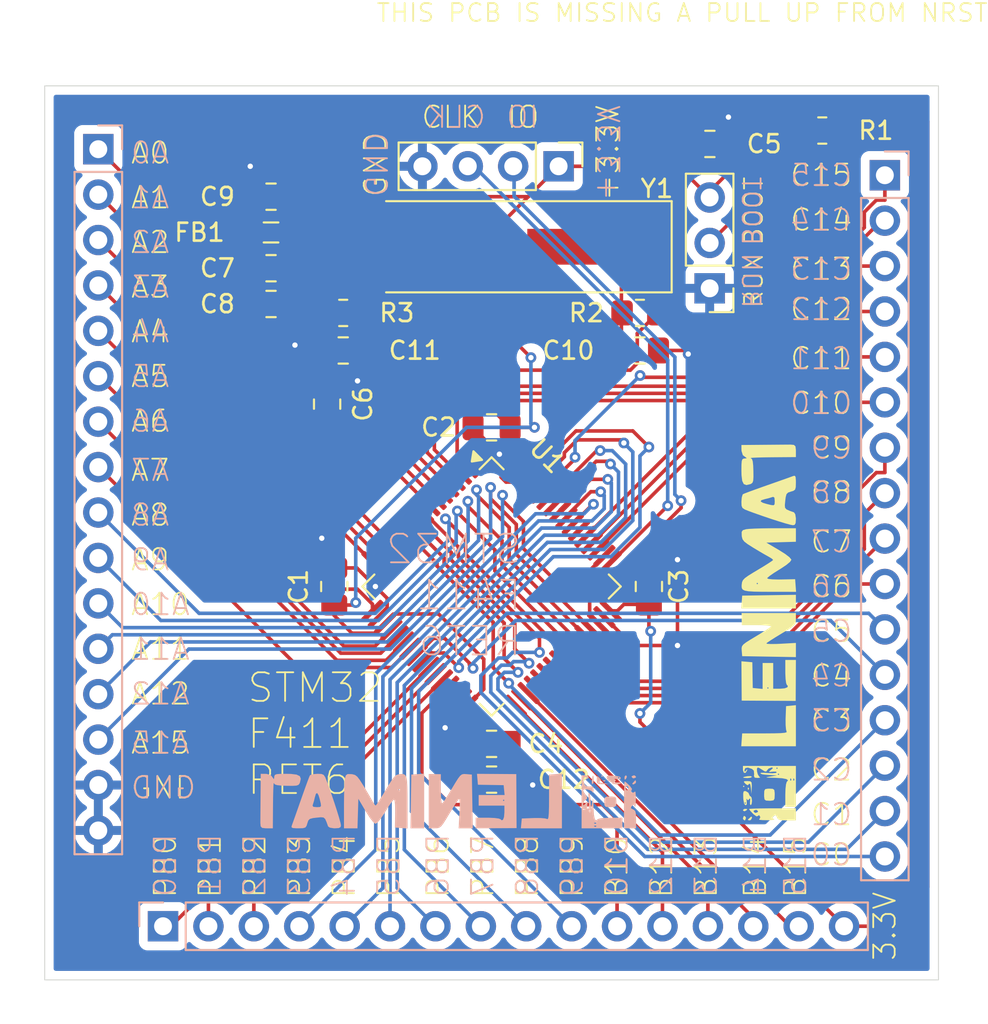
<source format=kicad_pcb>
(kicad_pcb (version 20240108) (generator "pcbnew") (generator_version "8.0")
  (layers (0 "F.Cu" signal) (31 "B.Cu" signal) (34 "B.Paste" user) (35 "F.Paste" user) (36 "B.SilkS" user "B.Silkscreen") (37 "F.SilkS" user "F.Silkscreen") (38 "B.Mask" user) (39 "F.Mask" user) (44 "Edge.Cuts" user))
  (net 0 "")
  (net 1 "GNDREF")
  (net 2 "+3.3V")
  (net 3 "/NRST")
  (net 4 "+3.3VA")
  (net 5 "Net-(C10-Pad1)")
  (net 6 "Net-(C11-Pad1)")
  (net 7 "/VCap")
  (net 8 "/BOOT0")
  (net 9 "/SWD_CLK")
  (net 10 "/SWD_IO")
  (net 11 "/BOOT0_MCU")
  (net 12 "/HSC_IN")
  (net 13 "/HSC_OUT")
  (net 15 "/PC9")
  (net 16 "/PC13")
  (net 17 "/PC1")
  (net 18 "/PC12")
  (net 19 "/PC10")
  (net 20 "/PC2")
  (net 21 "/PC3")
  (net 22 "/PC0")
  (net 23 "/PC11")
  (net 24 "/PC14")
  (net 25 "/PC5")
  (net 26 "/PC8")
  (net 27 "/PC15")
  (net 28 "/PC4")
  (net 29 "/PC7")
  (net 30 "/PC6")
  (net 31 "/PA6")
  (net 32 "/PA8")
  (net 33 "/PA3")
  (net 34 "/PA12")
  (net 35 "/PA7")
  (net 36 "/PA10")
  (net 37 "/PA2")
  (net 38 "/PA1")
  (net 39 "/PA15")
  (net 40 "/PA5")
  (net 41 "/PA11")
  (net 42 "/PA4")
  (net 43 "/PA9")
  (net 44 "/PA0")
  (net 45 "/PB15")
  (net 46 "/PB13")
  (net 47 "/PB2")
  (net 48 "/PB9")
  (net 49 "/PB10")
  (net 50 "/PB0")
  (net 51 "/PB8")
  (net 52 "/PB12")
  (net 53 "/PB3")
  (net 54 "/PB14")
  (net 55 "/PB1")
  (net 56 "/PB5")
  (net 57 "/PB6")
  (net 58 "/PB4")
  (net 59 "/PB7")
  (footprint "Capacitor_SMD:C_0805_2012Metric_Pad1.18x1.45mm_HandSolder" (layer "F.Cu") (at 83.8 78 -90)
    (property "Reference" "C3")
    (property "Value" "100nF")
  )
  (footprint "Capacitor_SMD:C_0805_2012Metric_Pad1.18x1.45mm_HandSolder" (layer "F.Cu") (at 66.7 64.8)
    (property "Reference" "C11")
    (property "Value" "10pF")
  )
  (footprint "Capacitor_SMD:C_0805_2012Metric_Pad1.18x1.45mm_HandSolder" (layer "F.Cu") (at 87.2125 53.25 180)
    (property "Reference" "C5")
    (property "Value" "10uF")
  )
  (footprint "Capacitor_SMD:C_0805_2012Metric_Pad1.18x1.45mm_HandSolder" (layer "F.Cu") (at 75 88.8)
    (property "Reference" "C12")
    (property "Value" "2.2uF")
  )
  (footprint "Crystal:Crystal_SMD_HC49-SD_HandSoldering" (layer "F.Cu") (at 75 59 180)
    (property "Reference" "Y1")
    (property "Value" "20MHZ")
  )
  (footprint "Connector_PinHeader_2.54mm:PinHeader_1x03_P2.54mm_Vertical" (layer "F.Cu") (at 87.2 61.325 180)
    (property "Reference" "J1" (hide yes))
    (property "Value" "BOOT_RUN")
  )
  (footprint "Connector_PinHeader_2.54mm:PinHeader_1x04_P2.54mm_Vertical" (layer "F.Cu") (at 78.75 54.5 -90)
    (property "Reference" "J2" (hide yes))
    (property "Value" "Conn_01x04")
  )
  (footprint "Capacitor_SMD:C_0805_2012Metric_Pad1.18x1.45mm_HandSolder" (layer "F.Cu") (at 75 86.8 180)
    (property "Reference" "C4")
    (property "Value" "100nF")
  )
  (footprint "Capacitor_SMD:C_0805_2012Metric_Pad1.18x1.45mm_HandSolder" (layer "F.Cu") (at 83.3 64.8)
    (property "Reference" "C10")
    (property "Value" "10pF")
  )
  (footprint "Resistor_SMD:R_0805_2012Metric_Pad1.20x1.40mm_HandSolder" (layer "F.Cu") (at 93.5 52.5)
    (property "Reference" "R1")
    (property "Value" "10K")
  )
  (footprint "Resistor_SMD:R_0805_2012Metric_Pad1.20x1.40mm_HandSolder" (layer "F.Cu") (at 83.3 62.7)
    (property "Reference" "R2")
    (property "Value" "10R")
  )
  (footprint "Capacitor_SMD:C_0805_2012Metric_Pad1.18x1.45mm_HandSolder" (layer "F.Cu") (at 75 69.1)
    (property "Reference" "C2")
    (property "Value" "100nF")
  )
  (footprint "Capacitor_SMD:C_0805_2012Metric_Pad1.18x1.45mm_HandSolder" (layer "F.Cu") (at 62.6625 56.2)
    (property "Reference" "C9")
    (property "Value" "1uF")
  )
  (footprint "Capacitor_SMD:C_0805_2012Metric_Pad1.18x1.45mm_HandSolder" (layer "F.Cu") (at 62.6625 62.2 180)
    (property "Reference" "C8")
    (property "Value" "1uF")
  )
  (footprint "Capacitor_SMD:C_0805_2012Metric_Pad1.18x1.45mm_HandSolder" (layer "F.Cu") (at 66.2 78 -90)
    (property "Reference" "C1")
    (property "Value" "100nF")
  )
  (footprint "Inductor_SMD:L_0805_2012Metric_Pad1.05x1.20mm_HandSolder" (layer "F.Cu") (at 62.6625 58.2)
    (property "Reference" "FB1")
    (property "Value" "120R")
  )
  (footprint "Package_QFP:LQFP-64_10x10mm_P0.5mm" (layer "F.Cu") (at 75 78 -45)
    (property "Reference" "U1")
    (property "Value" "STM32F411RETx")
  )
  (footprint "Resistor_SMD:R_0805_2012Metric_Pad1.20x1.40mm_HandSolder" (layer "F.Cu") (at 66.7 62.7)
    (property "Reference" "R3")
    (property "Value" "10R")
  )
  (footprint "Capacitor_SMD:C_0805_2012Metric_Pad1.18x1.45mm_HandSolder" (layer "F.Cu") (at 65.8 67.8 90)
    (property "Reference" "C6")
    (property "Value" "100nF")
  )
  (footprint "Synth:lenimal_logo_full" (layer "F.Cu") (at 90.5 80.5 90)
    (property "Reference" "G***" (hide yes))
    (property "Value" "LOGO" (hide yes))
  )
  (footprint "Capacitor_SMD:C_0805_2012Metric_Pad1.18x1.45mm_HandSolder" (layer "F.Cu") (at 62.6625 60.2 180)
    (property "Reference" "C7")
    (property "Value" "10nF")
  )
  (footprint "Connector_PinHeader_2.54mm:PinHeader_1x16_P2.54mm_Vertical" (layer "B.Cu") (at 56.62 97 -90)
    (property "Reference" "J5" (hide yes))
    (property "Value" "Conn_01x16")
  )
  (footprint "Connector_PinHeader_2.54mm:PinHeader_1x16_P2.54mm_Vertical" (layer "B.Cu") (at 53 53.543161 180)
    (property "Reference" "J4" (hide yes))
    (property "Value" "Conn_01x16")
  )
  (footprint "Synth:lenimal_logo_full" (layer "B.Cu") (at 72.5 90 180)
    (property "Reference" "G***" (hide yes))
    (property "Value" "LOGO" (hide yes))
  )
  (footprint "Connector_PinHeader_2.54mm:PinHeader_1x16_P2.54mm_Vertical" (layer "B.Cu") (at 97 55 180)
    (property "Reference" "J3" (hide yes))
    (property "Value" "Conn_01x16")
  )
  (gr_rect (start 50 50) (end 100 100) (stroke (width 0.05)) (fill none) (layer "Edge.Cuts"))
  (gr_text "A1" (at 54.75 56.25 -0) (layer "B.SilkS") (effects (font (size 1.2 1.2) (thickness 0.1)) (justify right mirror)))
  (gr_text "PB8" (at 77 91.75 90) (layer "B.SilkS") (effects (font (size 1.2 1.2) (thickness 0.1)) (justify left mirror)))
  (gr_text "GND" (at 54.75 89.25 -0) (layer "B.SilkS") (effects (font (size 1.2 1.2) (thickness 0.1)) (justify right mirror)))
  (gr_text "CLK" (at 71.25 51.75 -0) (layer "B.SilkS") (effects (font (size 1.2 1.2) (thickness 0.1)) (justify right mirror)))
  (gr_text "PB2" (at 61.75 91.75 90) (layer "B.SilkS") (effects (font (size 1.2 1.2) (thickness 0.1)) (justify left mirror)))
  (gr_text "A10" (at 54.75 79 -0) (layer "B.SilkS") (effects (font (size 1.2 1.2) (thickness 0.1)) (justify right mirror)))
  (gr_text "PB3" (at 64.25 91.75 90) (layer "B.SilkS") (effects (font (size 1.2 1.2) (thickness 0.1)) (justify left mirror)))
  (gr_text "A3" (at 54.75 61.25 -0) (layer "B.SilkS") (effects (font (size 1.2 1.2) (thickness 0.1)) (justify right mirror)))
  (gr_text "C5" (at 95.25 80.5 -0) (layer "B.SilkS") (effects (font (size 1.2 1.2) (thickness 0.1)) (justify left mirror)))
  (gr_text "C14" (at 95.25 57.5 -0) (layer "B.SilkS") (effects (font (size 1.2 1.2) (thickness 0.1)) (justify left mirror)))
  (gr_text "C11" (at 95.25 65.25 -0) (layer "B.SilkS") (effects (font (size 1.2 1.2) (thickness 0.1)) (justify left mirror)))
  (gr_text "PB9" (at 79.5 91.75 90) (layer "B.SilkS") (effects (font (size 1.2 1.2) (thickness 0.1)) (justify left mirror)))
  (gr_text "C12" (at 95.25 62.5 -0) (layer "B.SilkS") (effects (font (size 1.2 1.2) (thickness 0.1)) (justify left mirror)))
  (gr_text "C3" (at 95.25 85.5 -0) (layer "B.SilkS") (effects (font (size 1.2 1.2) (thickness 0.1)) (justify left mirror)))
  (gr_text "PB6" (at 72 91.75 90) (layer "B.SilkS") (effects (font (size 1.2 1.2) (thickness 0.1)) (justify left mirror)))
  (gr_text "+3.3V" (at 81.5 51 -90) (layer "B.SilkS") (effects (font (size 1.2 1.2) (thickness 0.1)) (justify right mirror)))
  (gr_text "B10" (at 82 91.75 90) (layer "B.SilkS") (effects (font (size 1.2 1.2) (thickness 0.1)) (justify left mirror)))
  (gr_text "C8" (at 95.25 72.75 -0) (layer "B.SilkS") (effects (font (size 1.2 1.2) (thickness 0.1)) (justify left mirror)))
  (gr_text "B13" (at 87 91.75 90) (layer "B.SilkS") (effects (font (size 1.2 1.2) (thickness 0.1)) (justify left mirror)))
  (gr_text "STM32\nF411\nRET6" (at 76.75 82 -0) (layer "B.SilkS") (effects (font (size 1.6 1.6) (thickness 0.1)) (justify left bottom mirror)))
  (gr_text "C10" (at 95.25 67.75 -0) (layer "B.SilkS") (effects (font (size 1.2 1.2) (thickness 0.1)) (justify left mirror)))
  (gr_text "A8" (at 54.75 74 -0) (layer "B.SilkS") (effects (font (size 1.2 1.2) (thickness 0.1)) (justify right mirror)))
  (gr_text "IO" (at 75.75 51.75 -0) (layer "B.SilkS") (effects (font (size 1.2 1.2) (thickness 0.1)) (justify right mirror)))
  (gr_text "C2" (at 95.25 88.25 -0) (layer "B.SilkS") (effects (font (size 1.2 1.2) (thickness 0.1)) (justify left mirror)))
  (gr_text "B15" (at 92 91.75 90) (layer "B.SilkS") (effects (font (size 1.2 1.2) (thickness 0.1)) (justify left mirror)))
  (gr_text "A12" (at 54.75 84 -0) (layer "B.SilkS") (effects (font (size 1.2 1.2) (thickness 0.1)) (justify right mirror)))
  (gr_text "B14" (at 89.75 91.75 90) (layer "B.SilkS") (effects (font (size 1.2 1.2) (thickness 0.1)) (justify left mirror)))
  (gr_text "A11" (at 54.75 81.5 -0) (layer "B.SilkS") (effects (font (size 1.2 1.2) (thickness 0.1)) (justify right mirror)))
  (gr_text "C13" (at 95.25 60.25 -0) (layer "B.SilkS") (effects (font (size 1.2 1.2) (thickness 0.1)) (justify left mirror)))
  (gr_text "PB4" (at 66.75 91.75 90) (layer "B.SilkS") (effects (font (size 1.2 1.2) (thickness 0.1)) (justify left mirror)))
  (gr_text "RUN" (at 88.921 62.5 -90) (layer "B.SilkS") (effects (font (size 1 1) (thickness 0.1)) (justify left bottom mirror)))
  (gr_text "A4" (at 54.75 63.75 -0) (layer "B.SilkS") (effects (font (size 1.2 1.2) (thickness 0.1)) (justify right mirror)))
  (gr_text "PB0" (at 56.75 91.75 90) (layer "B.SilkS") (effects (font (size 1.2 1.2) (thickness 0.1)) (justify left mirror)))
  (gr_text "A5" (at 54.75 66.25 -0) (layer "B.SilkS") (effects (font (size 1.2 1.2) (thickness 0.1)) (justify right mirror)))
  (gr_text "C6" (at 95.25 78 -0) (layer "B.SilkS") (effects (font (size 1.2 1.2) (thickness 0.1)) (justify left mirror)))
  (gr_text "C9" (at 95.25 70.25 -0) (layer "B.SilkS") (effects (font (size 1.2 1.2) (thickness 0.1)) (justify left mirror)))
  (gr_text "PB5" (at 69.25 91.75 90) (layer "B.SilkS") (effects (font (size 1.2 1.2) (thickness 0.1)) (justify left mirror)))
  (gr_text "A6" (at 54.75 68.75 -0) (layer "B.SilkS") (effects (font (size 1.2 1.2) (thickness 0.1)) (justify right mirror)))
  (gr_text "A15" (at 54.75 86.75 -0) (layer "B.SilkS") (effects (font (size 1.2 1.2) (thickness 0.1)) (justify right mirror)))
  (gr_text "C7" (at 95.25 75.5 -0) (layer "B.SilkS") (effects (font (size 1.2 1.2) (thickness 0.1)) (justify left mirror)))
  (gr_text "GND" (at 68.5 52.5 -90) (layer "B.SilkS") (effects (font (size 1.2 1.2) (thickness 0.1)) (justify right mirror)))
  (gr_text "A7" (at 54.75 71.5 -0) (layer "B.SilkS") (effects (font (size 1.2 1.2) (thickness 0.1)) (justify right mirror)))
  (gr_text "A0" (at 54.75 53.75 -0) (layer "B.SilkS") (effects (font (size 1.2 1.2) (thickness 0.1)) (justify right mirror)))
  (gr_text "C1" (at 95.25 90.75 -0) (layer "B.SilkS") (effects (font (size 1.2 1.2) (thickness 0.1)) (justify left mirror)))
  (gr_text "C4" (at 95.25 83 -0) (layer "B.SilkS") (effects (font (size 1.2 1.2) (thickness 0.1)) (justify left mirror)))
  (gr_text "BOOT" (at 88.921 59 -90) (layer "B.SilkS") (effects (font (size 1 1) (thickness 0.1)) (justify left bottom mirror)))
  (gr_text "PB7" (at 74.5 91.75 90) (layer "B.SilkS") (effects (font (size 1.2 1.2) (thickness 0.1)) (justify left mirror)))
  (gr_text "C0" (at 95.25 93 -0) (layer "B.SilkS") (effects (font (size 1.2 1.2) (thickness 0.1)) (justify left mirror)))
  (gr_text "C15" (at 95.25 55 -0) (layer "B.SilkS") (effects (font (size 1.2 1.2) (thickness 0.1)) (justify left mirror)))
  (gr_text "B12" (at 84.5 91.75 90) (layer "B.SilkS") (effects (font (size 1.2 1.2) (thickness 0.1)) (justify left mirror)))
  (gr_text "A2" (at 54.75 58.75 -0) (layer "B.SilkS") (effects (font (size 1.2 1.2) (thickness 0.1)) (justify right mirror)))
  (gr_text "A9" (at 54.75 76.5 -0) (layer "B.SilkS") (effects (font (size 1.2 1.2) (thickness 0.1)) (justify right mirror)))
  (gr_text "PB1" (at 59.25 91.75 90) (layer "B.SilkS") (effects (font (size 1.2 1.2) (thickness 0.1)) (justify left mirror)))
  (gr_text "A2" (at 54.75 58.75 0) (layer "F.SilkS") (effects (font (size 1.2 1.2) (thickness 0.1)) (justify left)))
  (gr_text "CLK" (at 74.5 51.75 0) (layer "F.SilkS") (effects (font (size 1.2 1.2) (thickness 0.1)) (justify right)))
  (gr_text "C2" (at 95.25 88.25 0) (layer "F.SilkS") (effects (font (size 1.2 1.2) (thickness 0.1)) (justify right)))
  (gr_text "PB3" (at 64.25 95.5 90) (layer "F.SilkS") (effects (font (size 1.2 1.2) (thickness 0.1)) (justify left)))
  (gr_text "PB2" (at 61.75 95.5 90) (layer "F.SilkS") (effects (font (size 1.2 1.2) (thickness 0.1)) (justify left)))
  (gr_text "A10" (at 54.75 79 0) (layer "F.SilkS") (effects (font (size 1.2 1.2) (thickness 0.1)) (justify left)))
  (gr_text "PB6" (at 72 95.5 90) (layer "F.SilkS") (effects (font (size 1.2 1.2) (thickness 0.1)) (justify left)))
  (gr_text "C7" (at 95.25 75.5 0) (layer "F.SilkS") (effects (font (size 1.2 1.2) (thickness 0.1)) (justify right)))
  (gr_text "PB0" (at 56.75 95.5 90) (layer "F.SilkS") (effects (font (size 1.2 1.2) (thickness 0.1)) (justify left)))
  (gr_text "A9" (at 54.75 76.5 0) (layer "F.SilkS") (effects (font (size 1.2 1.2) (thickness 0.1)) (justify left)))
  (gr_text "GND" (at 54.75 89.25 0) (layer "F.SilkS") (effects (font (size 1.2 1.2) (thickness 0.1)) (justify left)))
  (gr_text "C4" (at 95.25 83 0) (layer "F.SilkS") (effects (font (size 1.2 1.2) (thickness 0.1)) (justify right)))
  (gr_text "C8" (at 95.25 72.75 0) (layer "F.SilkS") (effects (font (size 1.2 1.2) (thickness 0.1)) (justify right)))
  (gr_text "PB1" (at 59.25 95.5 90) (layer "F.SilkS") (effects (font (size 1.2 1.2) (thickness 0.1)) (justify left)))
  (gr_text "THIS PCB IS MISSING A PULL UP FROM NRST" (at 68.5 46.5 0) (layer "F.SilkS") (effects (font (size 1 1) (thickness 0.1)) (justify left bottom)))
  (gr_text "GND" (at 68.5 52.5 90) (layer "F.SilkS") (effects (font (size 1.2 1.2) (thickness 0.1)) (justify right)))
  (gr_text "C1" (at 95.25 90.75 0) (layer "F.SilkS") (effects (font (size 1.2 1.2) (thickness 0.1)) (justify right)))
  (gr_text "BOOT" (at 90.25 59 90) (layer "F.SilkS") (effects (font (size 1 1) (thickness 0.1)) (justify left bottom)))
  (gr_text "PB9" (at 79.5 95.5 90) (layer "F.SilkS") (effects (font (size 1.2 1.2) (thickness 0.1)) (justify left)))
  (gr_text "+3.3V" (at 81.5 51 90) (layer "F.SilkS") (effects (font (size 1.2 1.2) (thickness 0.1)) (justify right)))
  (gr_text "A3" (at 54.75 61.25 0) (layer "F.SilkS") (effects (font (size 1.2 1.2) (thickness 0.1)) (justify left)))
  (gr_text "C5" (at 95.25 80.5 0) (layer "F.SilkS") (effects (font (size 1.2 1.2) (thickness 0.1)) (justify right)))
  (gr_text "B13" (at 87 95.5 90) (layer "F.SilkS") (effects (font (size 1.2 1.2) (thickness 0.1)) (justify left)))
  (gr_text "C9" (at 95.25 70.25 0) (layer "F.SilkS") (effects (font (size 1.2 1.2) (thickness 0.1)) (justify right)))
  (gr_text "C11" (at 95.25 65.25 0) (layer "F.SilkS") (effects (font (size 1.2 1.2) (thickness 0.1)) (justify right)))
  (gr_text "RUN" (at 90.25 62.5 90) (layer "F.SilkS") (effects (font (size 1 1) (thickness 0.1)) (justify left bottom)))
  (gr_text "A8" (at 54.75 74 0) (layer "F.SilkS") (effects (font (size 1.2 1.2) (thickness 0.1)) (justify left)))
  (gr_text "C0" (at 95.25 93 0) (layer "F.SilkS") (effects (font (size 1.2 1.2) (thickness 0.1)) (justify right)))
  (gr_text "B15" (at 92 95.5 90) (layer "F.SilkS") (effects (font (size 1.2 1.2) (thickness 0.1)) (justify left)))
  (gr_text "C12" (at 95.25 62.5 0) (layer "F.SilkS") (effects (font (size 1.2 1.2) (thickness 0.1)) (justify right)))
  (gr_text "A0" (at 54.75 53.75 0) (layer "F.SilkS") (effects (font (size 1.2 1.2) (thickness 0.1)) (justify left)))
  (gr_text "B10" (at 82 95.5 90) (layer "F.SilkS") (effects (font (size 1.2 1.2) (thickness 0.1)) (justify left)))
  (gr_text "A11" (at 54.75 81.5 0) (layer "F.SilkS") (effects (font (size 1.2 1.2) (thickness 0.1)) (justify left)))
  (gr_text "A6" (at 54.75 68.75 0) (layer "F.SilkS") (effects (font (size 1.2 1.2) (thickness 0.1)) (justify left)))
  (gr_text "C13" (at 95.25 60.25 0) (layer "F.SilkS") (effects (font (size 1.2 1.2) (thickness 0.1)) (justify right)))
  (gr_text "C14" (at 95.25 57.5 0) (layer "F.SilkS") (effects (font (size 1.2 1.2) (thickness 0.1)) (justify right)))
  (gr_text "C10" (at 95.25 67.75 0) (layer "F.SilkS") (effects (font (size 1.2 1.2) (thickness 0.1)) (justify right)))
  (gr_text "PB4" (at 66.75 95.5 90) (layer "F.SilkS") (effects (font (size 1.2 1.2) (thickness 0.1)) (justify left)))
  (gr_text "A4" (at 54.75 63.75 0) (layer "F.SilkS") (effects (font (size 1.2 1.2) (thickness 0.1)) (justify left)))
  (gr_text "PB7" (at 74.5 95.5 90) (layer "F.SilkS") (effects (font (size 1.2 1.2) (thickness 0.1)) (justify left)))
  (gr_text "PB5" (at 69.25 95.5 90) (layer "F.SilkS") (effects (font (size 1.2 1.2) (thickness 0.1)) (justify left)))
  (gr_text "PB8" (at 77 95.5 90) (layer "F.SilkS") (effects (font (size 1.2 1.2) (thickness 0.1)) (justify left)))
  (gr_text "C15" (at 95.25 55 0) (layer "F.SilkS") (effects (font (size 1.2 1.2) (thickness 0.1)) (justify right)))
  (gr_text "A1" (at 54.75 56.25 0) (layer "F.SilkS") (effects (font (size 1.2 1.2) (thickness 0.1)) (justify left)))
  (gr_text "C3" (at 95.25 85.5 0) (layer "F.SilkS") (effects (font (size 1.2 1.2) (thickness 0.1)) (justify right)))
  (gr_text "B14" (at 89.75 95.5 90) (layer "F.SilkS") (effects (font (size 1.2 1.2) (thickness 0.1)) (justify left)))
  (gr_text "A12" (at 54.75 84 0) (layer "F.SilkS") (effects (font (size 1.2 1.2) (thickness 0.1)) (justify left)))
  (gr_text "IO" (at 77.75 51.75 0) (layer "F.SilkS") (effects (font (size 1.2 1.2) (thickness 0.1)) (justify right)))
  (gr_text "B12" (at 84.5 95.5 90) (layer "F.SilkS") (effects (font (size 1.2 1.2) (thickness 0.1)) (justify left)))
  (gr_text "A15" (at 54.75 86.75 0) (layer "F.SilkS") (effects (font (size 1.2 1.2) (thickness 0.1)) (justify left)))
  (gr_text "A5" (at 54.75 66.25 0) (layer "F.SilkS") (effects (font (size 1.2 1.2) (thickness 0.1)) (justify left)))
  (gr_text "STM32\nF411\nRET6" (at 61.25 89.75 0) (layer "F.SilkS") (effects (font (size 1.6 1.6) (thickness 0.1)) (justify left bottom)))
  (gr_text "3.3V" (at 97 97 90) (layer "F.SilkS") (effects (font (size 1.2 1.2) (thickness 0.1))))
  (gr_text "A7" (at 54.75 71.5 0) (layer "F.SilkS") (effects (font (size 1.2 1.2) (thickness 0.1)) (justify left)))
  (gr_text "C6" (at 95.25 78 0) (layer "F.SilkS") (effects (font (size 1.2 1.2) (thickness 0.1)) (justify right)))
  (segment (start 70.220656 76.279344) (end 68.5 78) (width 0.2) (layer "F.Cu") (net 1))
  (segment (start 75.625661 70.6) (end 75.536703 70.688958) (width 0.2) (layer "F.Cu") (net 1))
  (segment (start 68.689072 79.714733) (end 69.159996 79.243809) (width 0.2) (layer "F.Cu") (net 1))
  (segment (start 63.7 64.2) (end 64 64.5) (width 0.2) (layer "F.Cu") (net 1))
  (segment (start 72.4 85.196195) (end 72.4 85.9) (width 0.2) (layer "F.Cu") (net 1))
  (segment (start 62.3375 58.8375) (end 63.7 60.2) (width 0.2) (layer "F.Cu") (net 1))
  (segment (start 66.2 76.9625) (end 67.4625 76.9625) (width 0.2) (layer "F.Cu") (net 1))
  (segment (start 61.625 56.2) (end 61.625 54.625) (width 0.2) (layer "F.Cu") (net 1))
  (segment (start 84.3375 64.8) (end 85.8 64.8) (width 0.2) (layer "F.Cu") (net 1))
  (segment (start 75.806797 72.159996) (end 76.243809 72.159996) (width 0.2) (layer "F.Cu") (net 1))
  (segment (start 67.7375 66.2625) (end 67.5 66.5) (width 0.2) (layer "F.Cu") (net 1))
  (segment (start 75.536703 71.889902) (end 75.806797 72.159996) (width 0.2) (layer "F.Cu") (net 1))
  (segment (start 73.9625 69.125) (end 73.9625 69.1) (width 0.2) (layer "F.Cu") (net 1))
  (segment (start 77 88.8) (end 77.3 89.1) (width 0.2) (layer "F.Cu") (net 1))
  (segment (start 75.4375 70.6) (end 75.625661 70.6) (width 0.2) (layer "F.Cu") (net 1))
  (segment (start 75.536703 70.688958) (end 75.536703 71.889902) (width 0.2) (layer "F.Cu") (net 1))
  (segment (start 66.2 76) (end 65.5 75.3) (width 0.2) (layer "F.Cu") (net 1))
  (segment (start 84.9375 76.9625) (end 85.4 76.5) (width 0.2) (layer "F.Cu") (net 1))
  (segment (start 83.8 76.9625) (end 84.9375 76.9625) (width 0.2) (layer "F.Cu") (net 1))
  (segment (start 61.625 54.625) (end 61.5 54.5) (width 0.2) (layer "F.Cu") (net 1))
  (segment (start 75.4375 70.6) (end 73.9625 69.125) (width 0.2) (layer "F.Cu") (net 1))
  (segment (start 61.625 56.2) (end 62.3375 56.9125) (width 0.2) (layer "F.Cu") (net 1))
  (segment (start 85.4 81.3) (end 82.896195 81.3) (width 0.2) (layer "F.Cu") (net 1))
  (segment (start 82.896195 81.3) (end 81.310928 79.714733) (width 0.2) (layer "F.Cu") (net 1))
  (segment (start 67.7375 64.8) (end 67.7375 66.2625) (width 0.2) (layer "F.Cu") (net 1))
  (segment (start 62.3375 56.9125) (end 62.3375 58.8375) (width 0.2) (layer "F.Cu") (net 1))
  (segment (start 65.8 66.7625) (end 67.2375 66.7625) (width 0.2) (layer "F.Cu") (net 1))
  (segment (start 66.2 76.9625) (end 66.2 76) (width 0.2) (layer "F.Cu") (net 1))
  (segment (start 69.159996 79.243809) (end 69.159996 78.659996) (width 0.2) (layer "F.Cu") (net 1))
  (segment (start 73.285267 84.310928) (end 72.4 85.196195) (width 0.2) (layer "F.Cu") (net 1))
  (segment (start 63.7 62.2) (end 63.7 64.2) (width 0.2) (layer "F.Cu") (net 1))
  (segment (start 76.0375 88.8) (end 77 88.8) (width 0.2) (layer "F.Cu") (net 1))
  (segment (start 85.4 81.3) (end 85.4 76.5) (width 0.2) (layer "F.Cu") (net 1))
  (segment (start 85.8 64.8) (end 86 65) (width 0.2) (layer "F.Cu") (net 1))
  (segment (start 67.4625 76.9625) (end 68.5 78) (width 0.2) (layer "F.Cu") (net 1))
  (segment (start 70.220656 75.695529) (end 70.220656 76.279344) (width 0.2) (layer "F.Cu") (net 1))
  (segment (start 76.243809 72.159996) (end 76.714733 71.689072) (width 0.2) (layer "F.Cu") (net 1))
  (segment (start 88.25 53.25) (end 88.25 51.75) (width 0.2) (layer "F.Cu") (net 1))
  (segment (start 69.749733 75.224606) (end 70.220656 75.695529) (width 0.2) (layer "F.Cu") (net 1))
  (segment (start 63.7 60.2) (end 63.7 62.2) (width 0.2) (layer "F.Cu") (net 1))
  (segment (start 69.159996 78.659996) (end 68.5 78) (width 0.2) (layer "F.Cu") (net 1))
  (segment (start 76.0375 88.8) (end 76.0375 86.8) (width 0.2) (layer "F.Cu") (net 1))
  (segment (start 67.2375 66.7625) (end 67.5 66.5) (width 0.2) (layer "F.Cu") (net 1))
  (via (at 75.4375 70.6) (size 0.6) (drill 0.3) (layers "F.Cu" "B.Cu") (net 1))
  (via (at 61.5 54.5) (size 0.6) (drill 0.3) (layers "F.Cu" "B.Cu") (net 1))
  (via (at 86 65) (size 0.6) (drill 0.3) (layers "F.Cu" "B.Cu") (net 1))
  (via (at 68.5 78) (size 0.6) (drill 0.3) (layers "F.Cu" "B.Cu") (net 1))
  (via (at 67.5 66.5) (size 0.6) (drill 0.3) (layers "F.Cu" "B.Cu") (net 1))
  (via (at 65.5 75.3) (size 0.6) (drill 0.3) (layers "F.Cu" "B.Cu") (net 1))
  (via (at 77.3 89.1) (size 0.6) (drill 0.3) (layers "F.Cu" "B.Cu") (net 1))
  (via (at 85.4 81.3) (size 0.6) (drill 0.3) (layers "F.Cu" "B.Cu") (net 1))
  (via (at 88.25 51.75) (size 0.6) (drill 0.3) (layers "F.Cu" "B.Cu") (net 1))
  (via (at 64 64.5) (size 0.6) (drill 0.3) (layers "F.Cu" "B.Cu") (net 1))
  (via (at 72.4 85.9) (size 0.6) (drill 0.3) (layers "F.Cu" "B.Cu") (net 1))
  (via (at 85.4 76.5) (size 0.6) (drill 0.3) (layers "F.Cu" "B.Cu") (net 1))
  (segment (start 87.2 56.245) (end 87.2 55.8975) (width 0.2) (layer "F.Cu") (net 2))
  (segment (start 82.03882 79.36118) (end 82.4 79) (width 0.2) (layer "F.Cu") (net 2))
  (segment (start 73.075 68.390256) (end 73.465256 68) (width 0.2) (layer "F.Cu") (net 2))
  (segment (start 78.75 54.5) (end 83.175 54.5) (width 0.2) (layer "F.Cu") (net 2))
  (segment (start 83.175 54.5) (end 84.425 53.25) (width 0.2) (layer "F.Cu") (net 2))
  (segment (start 67.2625 79.0375) (end 66.2 79.0375) (width 0.2) (layer "F.Cu") (net 2))
  (segment (start 66.2 79.0375) (end 66.2 79.625) (width 0.2) (layer "F.Cu") (net 2))
  (segment (start 75.5 57.75) (end 75.5 63.5) (width 0.2) (layer "F.Cu") (net 2))
  (segment (start 74.561328 83.741973) (end 74.561328 82.061328) (width 0.2) (layer "F.Cu") (net 2))
  (segment (start 77.05 56.2) (end 63.7 56.2) (width 0.2) (layer "F.Cu") (net 2))
  (segment (start 86.175 53.25) (end 86.175 55.22) (width 0.2) (layer "F.Cu") (net 2))
  (segment (start 76.0375 69.1) (end 76.0375 71.011839) (width 0.2) (layer "F.Cu") (net 2))
  (segment (start 99.4 52) (end 99.4 94.8) (width 0.2) (layer "F.Cu") (net 2))
  (segment (start 82.4 79) (end 83.7625 79) (width 0.2) (layer "F.Cu") (net 2))
  (segment (start 76.0375 71.011839) (end 76.36118 71.335519) (width 0.2) (layer "F.Cu") (net 2))
  (segment (start 73.9625 84.988161) (end 73.63882 84.664481) (width 0.2) (layer "F.Cu") (net 2))
  (segment (start 83.7625 79) (end 83.8 79.0375) (width 0.2) (layer "F.Cu") (net 2))
  (segment (start 72.034746 79.534746) (end 69.576167 79.534746) (width 0.2) (layer "F.Cu") (net 2))
  (segment (start 83.3 85.1) (end 83.3 85.58) (width 0.2) (layer "F.Cu") (net 2))
  (segment (start 91.8975 51.2) (end 98.6 51.2) (width 0.2) (layer "F.Cu") (net 2))
  (segment (start 77.05 56.2) (end 75.5 57.75) (width 0.2) (layer "F.Cu") (net 2))
  (segment (start 81.664481 79.36118) (end 82.03882 79.36118) (width 0.2) (layer "F.Cu") (net 2))
  (segment (start 63.7 56.2) (end 63.7 58.0875) (width 0.2) (layer "F.Cu") (net 2))
  (segment (start 87.2 55.8975) (end 91.8975 51.2) (width 0.2) (layer "F.Cu") (net 2))
  (segment (start 69.576167 79.534746) (end 69.042626 80.068287) (width 0.2) (layer "F.Cu") (net 2))
  (segment (start 78.75 54.5) (end 77.05 56.2) (width 0.2) (layer "F.Cu") (net 2))
  (segment (start 73.9625 86.8) (end 73.9625 84.988161) (width 0.2) (layer "F.Cu") (net 2))
  (segment (start 83.8 79.0375) (end 83.8 80.4) (width 0.2) (layer "F.Cu") (net 2))
  (segment (start 99.4 94.8) (end 97.2 97) (width 0.2) (layer "F.Cu") (net 2))
  (segment (start 73.075 70.771699) (end 73.075 68.390256) (width 0.2) (layer "F.Cu") (net 2))
  (segment (start 73.63882 71.335519) (end 73.075 70.771699) (width 0.2) (layer "F.Cu") (net 2))
  (segment (start 84.425 53.25) (end 86.175 53.25) (width 0.2) (layer "F.Cu") (net 2))
  (segment (start 83.3 85.58) (end 94.72 97) (width 0.2) (layer "F.Cu") (net 2))
  (segment (start 63.7 58.0875) (end 63.8125 58.2) (width 0.2) (layer "F.Cu") (net 2))
  (segment (start 67.186521 80.611521) (end 68.499392 80.611521) (width 0.2) (layer "F.Cu") (net 2))
  (segment (start 66.2 79.625) (end 67.186521 80.611521) (width 0.2) (layer "F.Cu") (net 2))
  (segment (start 86.175 55.22) (end 87.2 56.245) (width 0.2) (layer "F.Cu") (net 2))
  (segment (start 75.5 63.5) (end 77.2 65.2) (width 0.2) (layer "F.Cu") (net 2))
  (segment (start 98.6 51.2) (end 99.4 52) (width 0.2) (layer "F.Cu") (net 2))
  (segment (start 76.0375 69.1) (end 77.4 69.1) (width 0.2) (layer "F.Cu") (net 2))
  (segment (start 83.8 80.4) (end 83.9 80.5) (width 0.2) (layer "F.Cu") (net 2))
  (segment (start 73.63882 84.664481) (end 74.561328 83.741973) (width 0.2) (layer "F.Cu") (net 2))
  (segment (start 68.499392 80.611521) (end 69.042626 80.068287) (width 0.2) (layer "F.Cu") (net 2))
  (segment (start 74.9375 68) (end 76.0375 69.1) (width 0.2) (layer "F.Cu") (net 2))
  (segment (start 73.465256 68) (end 74.9375 68) (width 0.2) (layer "F.Cu") (net 2))
  (segment (start 97.2 97) (end 94.72 97) (width 0.2) (layer "F.Cu") (net 2))
  (segment (start 67.4 78.9) (end 67.2625 79.0375) (width 0.2) (layer "F.Cu") (net 2))
  (segment (start 74.561328 82.061328) (end 72.034746 79.534746) (width 0.2) (layer "F.Cu") (net 2))
  (via (at 83.3 85.1) (size 0.6) (drill 0.3) (layers "F.Cu" "B.Cu") (net 2))
  (via (at 77.4 69.1) (size 0.6) (drill 0.3) (layers "F.Cu" "B.Cu") (net 2))
  (via (at 67.4 78.9) (size 0.6) (drill 0.3) (layers "F.Cu" "B.Cu") (net 2))
  (via (at 77.2 65.2) (size 0.6) (drill 0.3) (layers "F.Cu" "B.Cu") (net 2))
  (via (at 83.9 80.5) (size 0.6) (drill 0.3) (layers "F.Cu" "B.Cu") (net 2))
  (segment (start 77.2 68.9) (end 77.2 65.2) (width 0.2) (layer "B.Cu") (net 2))
  (segment (start 77.4 69.1) (end 73.6 69.1) (width 0.2) (layer "B.Cu") (net 2))
  (segment (start 73.6 69.1) (end 67.4 75.3) (width 0.2) (layer "B.Cu") (net 2))
  (segment (start 67.4 75.3) (end 67.4 78.9) (width 0.2) (layer "B.Cu") (net 2))
  (segment (start 83.9 80.5) (end 83.9 84.5) (width 0.2) (layer "B.Cu") (net 2))
  (segment (start 83.9 84.5) (end 83.3 85.1) (width 0.2) (layer "B.Cu") (net 2))
  (segment (start 77.4 69.1) (end 77.2 68.9) (width 0.2) (layer "B.Cu") (net 2))
  (segment (start 66.898161 68.8375) (end 71.5175 73.456839) (width 0.2) (layer "F.Cu") (net 3))
  (segment (start 65.8 68.8375) (end 66.898161 68.8375) (width 0.2) (layer "F.Cu") (net 3))
  (segment (start 69.396179 75.57816) (end 61.625 67.806981) (width 0.2) (layer "F.Cu") (net 4))
  (segment (start 61.5125 58.2) (end 61.5125 62.0875) (width 0.2) (layer "F.Cu") (net 4))
  (segment (start 61.625 67.806981) (end 61.625 62.2) (width 0.2) (layer "F.Cu") (net 4))
  (segment (start 61.5125 62.0875) (end 61.625 62.2) (width 0.2) (layer "F.Cu") (net 4))
  (segment (start 82.2625 64.8) (end 82.2625 60.325) (width 0.2) (layer "F.Cu") (net 5))
  (segment (start 82.2625 60.325) (end 80.9375 59) (width 0.2) (layer "F.Cu") (net 5))
  (segment (start 65.6625 64.8) (end 65.6625 62.4) (width 0.2) (layer "F.Cu") (net 6))
  (segment (start 65.6625 62.4) (end 69.0625 59) (width 0.2) (layer "F.Cu") (net 6))
  (segment (start 72.931713 83.957374) (end 71.7 85.189087) (width 0.2) (layer "F.Cu") (net 7))
  (segment (start 73.1 88.8) (end 73.9625 88.8) (width 0.2) (layer "F.Cu") (net 7))
  (segment (start 71.7 87.4) (end 73.1 88.8) (width 0.2) (layer "F.Cu") (net 7))
  (segment (start 71.7 85.189087) (end 71.7 87.4) (width 0.2) (layer "F.Cu") (net 7))
  (segment (start 92.5 52.5) (end 92.5 53.485) (width 0.2) (layer "F.Cu") (net 8))
  (segment (start 92.5 53.485) (end 87.2 58.785) (width 0.2) (layer "F.Cu") (net 8))
  (segment (start 81.664481 76.63882) (end 81.698167 76.63882) (width 0.2) (layer "F.Cu") (net 9))
  (segment (start 81.698167 76.63882) (end 84.852348 73.484639) (width 0.2) (layer "F.Cu") (net 9))
  (via (at 84.852348 73.484639) (size 0.6) (drill 0.3) (layers "F.Cu" "B.Cu") (net 9))
  (segment (start 84.852348 73.484639) (end 84.852348 65.334429) (width 0.2) (layer "B.Cu") (net 9))
  (segment (start 74.017919 54.5) (end 73.67 54.5) (width 0.2) (layer "B.Cu") (net 9))
  (segment (start 84.852348 65.334429) (end 74.017919 54.5) (width 0.2) (layer "B.Cu") (net 9))
  (segment (start 82.775 76.390256) (end 83.090256 76.075) (width 0.2) (layer "F.Cu") (net 10))
  (segment (start 85.6 73.6) (end 85.6 73.2) (width 0.2) (layer "F.Cu") (net 10))
  (segment (start 80.486451 79.597364) (end 80.486451 78.713549) (width 0.2) (layer "F.Cu") (net 10))
  (segment (start 80.486451 78.713549) (end 82.775 76.425) (width 0.2) (layer "F.Cu") (net 10))
  (segment (start 83.090256 76.075) (end 83.125 76.075) (width 0.2) (layer "F.Cu") (net 10))
  (segment (start 82.775 76.425) (end 82.775 76.390256) (width 0.2) (layer "F.Cu") (net 10))
  (segment (start 80.957374 80.068287) (end 80.486451 79.597364) (width 0.2) (layer "F.Cu") (net 10))
  (segment (start 83.125 76.075) (end 85.6 73.6) (width 0.2) (layer "F.Cu") (net 10))
  (via (at 85.6 73.2) (size 0.6) (drill 0.3) (layers "F.Cu" "B.Cu") (net 10))
  (segment (start 85.6 73.2) (end 85.252348 72.852348) (width 0.2) (layer "B.Cu") (net 10))
  (segment (start 76.26 54.55) (end 76.21 54.5) (width 0.2) (layer "B.Cu") (net 10))
  (segment (start 85.252348 65.168743) (end 76.26 56.176395) (width 0.2) (layer "B.Cu") (net 10))
  (segment (start 76.26 56.176395) (end 76.26 54.55) (width 0.2) (layer "B.Cu") (net 10))
  (segment (start 85.252348 72.852348) (end 85.252348 65.168743) (width 0.2) (layer "B.Cu") (net 10))
  (segment (start 83.308271 66.2) (end 83.408271 66.3) (width 0.2) (layer "F.Cu") (net 11))
  (segment (start 86.912129 66.3) (end 94.5 58.712129) (width 0.2) (layer "F.Cu") (net 11))
  (segment (start 79.668628 70.856499) (end 77.775394 72.749733) (width 0.2) (layer "F.Cu") (net 11))
  (segment (start 83.408271 66.3) (end 86.912129 66.3) (width 0.2) (layer "F.Cu") (net 11))
  (segment (start 79.668628 70.768628) (end 79.668628 70.856499) (width 0.2) (layer "F.Cu") (net 11))
  (segment (start 94.5 58.712129) (end 94.5 52.5) (width 0.2) (layer "F.Cu") (net 11))
  (via (at 79.668628 70.768628) (size 0.6) (drill 0.3) (layers "F.Cu" "B.Cu") (net 11))
  (via (at 83.308271 66.2) (size 0.6) (drill 0.3) (layers "F.Cu" "B.Cu") (net 11))
  (segment (start 79.668628 70.768628) (end 79.668628 69.839643) (width 0.2) (layer "B.Cu") (net 11))
  (segment (start 79.668628 69.839643) (end 83.308271 66.2) (width 0.2) (layer "B.Cu") (net 11))
  (segment (start 82.759744 65.9) (end 71.3 65.9) (width 0.2) (layer "F.Cu") (net 12))
  (segment (start 84.3 62.7) (end 83.15 63.85) (width 0.2) (layer "F.Cu") (net 12))
  (segment (start 83.15 63.85) (end 83.15 65.509744) (width 0.2) (layer "F.Cu") (net 12))
  (segment (start 83.15 65.509744) (end 82.759744 65.9) (width 0.2) (layer "F.Cu") (net 12))
  (segment (start 71.3 65.9) (end 70.2 67) (width 0.2) (layer "F.Cu") (net 12))
  (segment (start 70.2 70.725127) (end 72.224606 72.749733) (width 0.2) (layer "F.Cu") (net 12))
  (segment (start 70.2 67) (end 70.2 70.725127) (width 0.2) (layer "F.Cu") (net 12))
  (segment (start 68.625 69.857233) (end 68.625 63.625) (width 0.2) (layer "F.Cu") (net 13))
  (segment (start 68.625 63.625) (end 67.7 62.7) (width 0.2) (layer "F.Cu") (net 13))
  (segment (start 71.871053 73.103286) (end 68.625 69.857233) (width 0.2) (layer "F.Cu") (net 13))
  (segment (start 95.45 72.703654) (end 95.45 75.738628) (width 0.2) (layer "F.Cu") (net 15))
  (segment (start 97 71.63) (end 96.523654 71.63) (width 0.2) (layer "F.Cu") (net 15))
  (segment (start 95.45 75.738628) (end 87.888628 83.3) (width 0.2) (layer "F.Cu") (net 15))
  (segment (start 79.946447 83.3) (end 78.836054 82.189607) (width 0.2) (layer "F.Cu") (net 15))
  (segment (start 97 70.24) (end 97 71.63) (width 0.2) (layer "F.Cu") (net 15))
  (segment (start 96.523654 71.63) (end 95.45 72.703654) (width 0.2) (layer "F.Cu") (net 15))
  (segment (start 87.888628 83.3) (end 79.946447 83.3) (width 0.2) (layer "F.Cu") (net 15))
  (segment (start 94.829187 60.08) (end 97 60.08) (width 0.2) (layer "F.Cu") (net 16))
  (segment (start 71.8 68.631372) (end 72.831372 67.6) (width 0.2) (layer "F.Cu") (net 16))
  (segment (start 71.8 70.345227) (end 71.8 68.631372) (width 0.2) (layer "F.Cu") (net 16))
  (segment (start 73.285267 71.689072) (end 73.143845 71.689072) (width 0.2) (layer "F.Cu") (net 16))
  (segment (start 87.309187 67.6) (end 94.829187 60.08) (width 0.2) (layer "F.Cu") (net 16))
  (segment (start 73.143845 71.689072) (end 71.8 70.345227) (width 0.2) (layer "F.Cu") (net 16))
  (segment (start 72.831372 67.6) (end 87.309187 67.6) (width 0.2) (layer "F.Cu") (net 16))
  (segment (start 76.298386 80.076205) (end 72.74549 76.523309) (width 0.2) (layer "F.Cu") (net 17))
  (segment (start 76.298386 81.494929) (end 76.298386 80.076205) (width 0.2) (layer "F.Cu") (net 17))
  (segment (start 72.74549 76.099043) (end 70.810393 74.163946) (width 0.2) (layer "F.Cu") (net 17))
  (segment (start 77.09446 82.291003) (end 76.298386 81.494929) (width 0.2) (layer "F.Cu") (net 17))
  (segment (start 72.74549 76.523309) (end 72.74549 76.099043) (width 0.2) (layer "F.Cu") (net 17))
  (via (at 77.09446 82.291003) (size 0.6) (drill 0.3) (layers "F.Cu" "B.Cu") (net 17))
  (segment (start 76.029484 82.400902) (end 75.549569 82.400902) (width 0.2) (layer "B.Cu") (net 17))
  (segment (start 77.004359 82.200902) (end 76.229484 82.200902) (width 0.2) (layer "B.Cu") (net 17))
  (segment (start 76.229484 82.200902) (end 76.029484 82.400902) (width 0.2) (layer "B.Cu") (net 17))
  (segment (start 77.09446 82.291003) (end 77.004359 82.200902) (width 0.2) (layer "B.Cu") (net 17))
  (segment (start 94.86 92.7) (end 97 90.56) (width 0.2) (layer "B.Cu") (net 17))
  (segment (start 74.95684 83.922526) (end 83.734314 92.7) (width 0.2) (layer "B.Cu") (net 17))
  (segment (start 74.95684 82.993631) (end 74.95684 83.922526) (width 0.2) (layer "B.Cu") (net 17))
  (segment (start 75.549569 82.400902) (end 74.95684 82.993631) (width 0.2) (layer "B.Cu") (net 17))
  (segment (start 83.734314 92.7) (end 94.86 92.7) (width 0.2) (layer "B.Cu") (net 17))
  (segment (start 92.854873 62.62) (end 80.250267 75.224606) (width 0.2) (layer "F.Cu") (net 18))
  (segment (start 97 62.62) (end 92.854873 62.62) (width 0.2) (layer "F.Cu") (net 18))
  (segment (start 97 67.7) (end 89.189087 67.7) (width 0.2) (layer "F.Cu") (net 19))
  (segment (start 89.189087 67.7) (end 80.957374 75.931713) (width 0.2) (layer "F.Cu") (net 19))
  (segment (start 76.478013 82.800902) (end 75.701688 82.024577) (width 0.2) (layer "F.Cu") (net 20))
  (segment (start 75.701688 82.024577) (end 75.701688 80.045193) (width 0.2) (layer "F.Cu") (net 20))
  (segment (start 72.34549 76.406151) (end 70.456839 74.5175) (width 0.2) (layer "F.Cu") (net 20))
  (segment (start 72.34549 76.688995) (end 72.34549 76.406151) (width 0.2) (layer "F.Cu") (net 20))
  (segment (start 75.701688 80.045193) (end 72.34549 76.688995) (width 0.2) (layer "F.Cu") (net 20))
  (via (at 76.478013 82.800902) (size 0.6) (drill 0.3) (layers "F.Cu" "B.Cu") (net 20))
  (segment (start 92.72 92.3) (end 97 88.02) (width 0.2) (layer "B.Cu") (net 20))
  (segment (start 75.35684 83.75684) (end 83.9 92.3) (width 0.2) (layer "B.Cu") (net 20))
  (segment (start 76.478013 82.800902) (end 75.715255 82.800902) (width 0.2) (layer "B.Cu") (net 20))
  (segment (start 75.715255 82.800902) (end 75.35684 83.159317) (width 0.2) (layer "B.Cu") (net 20))
  (segment (start 83.9 92.3) (end 92.72 92.3) (width 0.2) (layer "B.Cu") (net 20))
  (segment (start 75.35684 83.159317) (end 75.35684 83.75684) (width 0.2) (layer "B.Cu") (net 20))
  (segment (start 71.94549 76.713257) (end 70.103286 74.871053) (width 0.2) (layer "F.Cu") (net 21))
  (segment (start 75.091422 82.542428) (end 75.091422 80.000613) (width 0.2) (layer "F.Cu") (net 21))
  (segment (start 75.95684 83.407846) (end 75.091422 82.542428) (width 0.2) (layer "F.Cu") (net 21))
  (segment (start 75.091422 80.000613) (end 71.94549 76.854681) (width 0.2) (layer "F.Cu") (net 21))
  (segment (start 71.94549 76.854681) (end 71.94549 76.713257) (width 0.2) (layer "F.Cu") (net 21))
  (via (at 75.95684 83.407846) (size 0.6) (drill 0.3) (layers "F.Cu" "B.Cu") (net 21))
  (segment (start 84.4 91.9) (end 90.58 91.9) (width 0.2) (layer "B.Cu") (net 21))
  (segment (start 90.58 91.9) (end 97 85.48) (width 0.2) (layer "B.Cu") (net 21))
  (segment (start 75.95684 83.45684) (end 84.4 91.9) (width 0.2) (layer "B.Cu") (net 21))
  (segment (start 75.95684 83.407846) (end 75.95684 83.45684) (width 0.2) (layer "B.Cu") (net 21))
  (segment (start 77.680244 81.683715) (end 77.680244 80.892377) (width 0.2) (layer "F.Cu") (net 22))
  (segment (start 73.14549 76.357623) (end 73.14549 75.791937) (width 0.2) (layer "F.Cu") (net 22))
  (segment (start 73.14549 75.791937) (end 71.163946 73.810393) (width 0.2) (layer "F.Cu") (net 22))
  (segment (start 77.680244 80.892377) (end 73.14549 76.357623) (width 0.2) (layer "F.Cu") (net 22))
  (via (at 77.680244 81.683715) (size 0.6) (drill 0.3) (layers "F.Cu" "B.Cu") (net 22))
  (segment (start 75.863799 82.000902) (end 75.383883 82.000902) (width 0.2) (layer "B.Cu") (net 22))
  (segment (start 77.680244 81.683715) (end 76.180986 81.683715) (width 0.2) (layer "B.Cu") (net 22))
  (segment (start 74.4 82.984785) (end 74.4 83.931372) (width 0.2) (layer "B.Cu") (net 22))
  (segment (start 75.383883 82.000902) (end 74.4 82.984785) (width 0.2) (layer "B.Cu") (net 22))
  (segment (start 76.180986 81.683715) (end 75.863799 82.000902) (width 0.2) (layer "B.Cu") (net 22))
  (segment (start 74.4 83.931372) (end 83.568628 93.1) (width 0.2) (layer "B.Cu") (net 22))
  (segment (start 83.568628 93.1) (end 97 93.1) (width 0.2) (layer "B.Cu") (net 22))
  (segment (start 97 65.16) (end 91.021981 65.16) (width 0.2) (layer "F.Cu") (net 23))
  (segment (start 91.021981 65.16) (end 80.603821 75.57816) (width 0.2) (layer "F.Cu") (net 23))
  (segment (start 72.665686 67.2) (end 71.4 68.465686) (width 0.2) (layer "F.Cu") (net 24))
  (segment (start 97 57.54) (end 96.803501 57.54) (width 0.2) (layer "F.Cu") (net 24))
  (segment (start 71.4 68.465686) (end 71.4 70.510913) (width 0.2) (layer "F.Cu") (net 24))
  (segment (start 87.143501 67.2) (end 72.665686 67.2) (width 0.2) (layer "F.Cu") (net 24))
  (segment (start 96.803501 57.54) (end 87.143501 67.2) (width 0.2) (layer "F.Cu") (net 24))
  (segment (start 71.4 70.510913) (end 72.931713 72.042626) (width 0.2) (layer "F.Cu") (net 24))
  (segment (start 73.162275 82.536527) (end 72.344432 81.718684) (width 0.2) (layer "F.Cu") (net 25))
  (segment (start 72.344432 81.718684) (end 71.634869 81.718684) (width 0.2) (layer "F.Cu") (net 25))
  (segment (start 71.634869 81.718684) (end 71.163946 82.189607) (width 0.2) (layer "F.Cu") (net 25))
  (via (at 73.162275 82.536527) (size 0.6) (drill 0.3) (layers "F.Cu" "B.Cu") (net 25))
  (segment (start 73.162275 82.191643) (end 75.853918 79.5) (width 0.2) (layer "B.Cu") (net 25))
  (segment (start 75.853918 79.5) (end 96.1 79.5) (width 0.2) (layer "B.Cu") (net 25))
  (segment (start 73.162275 82.536527) (end 73.162275 82.191643) (width 0.2) (layer "B.Cu") (net 25))
  (segment (start 96.1 79.5) (end 97 80.4) (width 0.2) (layer "B.Cu") (net 25))
  (segment (start 88.054314 83.7) (end 95.85 75.904314) (width 0.2) (layer "F.Cu") (net 26))
  (segment (start 79.639339 83.7) (end 88.054314 83.7) (width 0.2) (layer "F.Cu") (net 26))
  (segment (start 95.85 75.904314) (end 95.85 73.93) (width 0.2) (layer "F.Cu") (net 26))
  (segment (start 95.85 73.93) (end 97 72.78) (width 0.2) (layer "F.Cu") (net 26))
  (segment (start 78.4825 82.543161) (end 79.639339 83.7) (width 0.2) (layer "F.Cu") (net 26))
  (segment (start 72.5 66.8) (end 86.977815 66.8) (width 0.2) (layer "F.Cu") (net 27))
  (segment (start 72.57816 72.396179) (end 71 70.818019) (width 0.2) (layer "F.Cu") (net 27))
  (segment (start 71 70.818019) (end 71 68.3) (width 0.2) (layer "F.Cu") (net 27))
  (segment (start 95.85 57.927815) (end 95.85 57.063654) (width 0.2) (layer "F.Cu") (net 27))
  (segment (start 95.85 57.063654) (end 96.523654 56.39) (width 0.2) (layer "F.Cu") (net 27))
  (segment (start 71 68.3) (end 72.5 66.8) (width 0.2) (layer "F.Cu") (net 27))
  (segment (start 97 56.39) (end 97 55) (width 0.2) (layer "F.Cu") (net 27))
  (segment (start 96.523654 56.39) (end 97 56.39) (width 0.2) (layer "F.Cu") (net 27))
  (segment (start 86.977815 66.8) (end 95.85 57.927815) (width 0.2) (layer "F.Cu") (net 27))
  (segment (start 73.961328 82.575435) (end 73.762275 82.376382) (width 0.2) (layer "F.Cu") (net 28))
  (segment (start 73.762275 82.376382) (end 73.762275 82.287998) (width 0.2) (layer "F.Cu") (net 28))
  (segment (start 71.746447 80.9) (end 70.810393 81.836054) (width 0.2) (layer "F.Cu") (net 28))
  (segment (start 73.762275 82.287998) (end 72.374277 80.9) (width 0.2) (layer "F.Cu") (net 28))
  (segment (start 72.374277 80.9) (end 71.746447 80.9) (width 0.2) (layer "F.Cu") (net 28))
  (via (at 73.961328 82.575435) (size 0.6) (drill 0.3) (layers "F.Cu" "B.Cu") (net 28))
  (segment (start 93.96 79.9) (end 97 82.94) (width 0.2) (layer "B.Cu") (net 28))
  (segment (start 76.34853 79.9) (end 93.96 79.9) (width 0.2) (layer "B.Cu") (net 28))
  (segment (start 73.961328 82.575435) (end 73.961328 82.287202) (width 0.2) (layer "B.Cu") (net 28))
  (segment (start 73.961328 82.287202) (end 76.34853 79.9) (width 0.2) (layer "B.Cu") (net 28))
  (segment (start 88.22 84.1) (end 97 75.32) (width 0.2) (layer "F.Cu") (net 29))
  (segment (start 78.128947 82.896714) (end 79.332233 84.1) (width 0.2) (layer "F.Cu") (net 29))
  (segment (start 79.332233 84.1) (end 88.22 84.1) (width 0.2) (layer "F.Cu") (net 29))
  (segment (start 95.025686 77.86) (end 97 77.86) (width 0.2) (layer "F.Cu") (net 30))
  (segment (start 79.025127 84.5) (end 88.385686 84.5) (width 0.2) (layer "F.Cu") (net 30))
  (segment (start 88.385686 84.5) (end 95.025686 77.86) (width 0.2) (layer "F.Cu") (net 30))
  (segment (start 77.775394 83.250267) (end 79.025127 84.5) (width 0.2) (layer "F.Cu") (net 30))
  (segment (start 69.102456 82.129777) (end 66.346616 82.129777) (width 0.2) (layer "F.Cu") (net 31))
  (segment (start 70.103286 81.128947) (end 69.102456 82.129777) (width 0.2) (layer "F.Cu") (net 31))
  (segment (start 66.346616 82.129777) (end 53 68.783161) (width 0.2) (layer "F.Cu") (net 31))
  (segment (start 73.54549 75.343407) (end 73.54549 76.191937) (width 0.2) (layer "F.Cu") (net 32))
  (segment (start 72.418841 74.216758) (end 73.54549 75.343407) (width 0.2) (layer "F.Cu") (net 32))
  (segment (start 73.54549 76.191937) (end 79.189607 81.836054) (width 0.2) (layer "F.Cu") (net 32))
  (via (at 72.418841 74.216758) (size 0.6) (drill 0.3) (layers "F.Cu" "B.Cu") (net 32))
  (segment (start 72.418841 74.216758) (end 72.618841 74.416758) (width 0.2) (layer "B.Cu") (net 32))
  (segment (start 72.618841 75.381159) (end 68.5 79.5) (width 0.2) (layer "B.Cu") (net 32))
  (segment (start 58.636839 79.5) (end 53 73.863161) (width 0.2) (layer "B.Cu") (net 32))
  (segment (start 72.618841 74.416758) (end 72.618841 75.381159) (width 0.2) (layer "B.Cu") (net 32))
  (segment (start 68.5 79.5) (end 58.636839 79.5) (width 0.2) (layer "B.Cu") (net 32))
  (segment (start 65.55 78.15) (end 59.3 71.9) (width 0.2) (layer "F.Cu") (net 33))
  (segment (start 59.3 71.9) (end 59.3 67.463161) (width 0.2) (layer "F.Cu") (net 33))
  (segment (start 67.498529 78.15) (end 65.55 78.15) (width 0.2) (layer "F.Cu") (net 33))
  (segment (start 68.335519 79.36118) (end 68.335519 78.98699) (width 0.2) (layer "F.Cu") (net 33))
  (segment (start 59.3 67.463161) (end 53 61.163161) (width 0.2) (layer "F.Cu") (net 33))
  (segment (start 68.335519 78.98699) (end 67.498529 78.15) (width 0.2) (layer "F.Cu") (net 33))
  (segment (start 74.943989 72.457759) (end 74.943989 73.08897) (width 0.2) (layer "F.Cu") (net 34))
  (segment (start 76.384022 76.202041) (end 80.603821 80.42184) (width 0.2) (layer "F.Cu") (net 34))
  (segment (start 76.384022 74.529003) (end 76.384022 76.202041) (width 0.2) (layer "F.Cu") (net 34))
  (segment (start 74.943989 73.08897) (end 76.384022 74.529003) (width 0.2) (layer "F.Cu") (net 34))
  (via (at 74.943989 72.457759) (size 0.6) (drill 0.3) (layers "F.Cu" "B.Cu") (net 34))
  (segment (start 74.943989 75.318755) (end 69.162744 81.1) (width 0.2) (layer "B.Cu") (net 34))
  (segment (start 55.923161 81.1) (end 53 84.023161) (width 0.2) (layer "B.Cu") (net 34))
  (segment (start 69.162744 81.1) (end 55.923161 81.1) (width 0.2) (layer "B.Cu") (net 34))
  (segment (start 74.943989 72.457759) (end 74.943989 75.318755) (width 0.2) (layer "B.Cu") (net 34))
  (segment (start 53 71.323161) (end 64.206616 82.529777) (width 0.2) (layer "F.Cu") (net 35))
  (segment (start 69.409562 82.529777) (end 70.456839 81.4825) (width 0.2) (layer "F.Cu") (net 35))
  (segment (start 64.206616 82.529777) (end 69.409562 82.529777) (width 0.2) (layer "F.Cu") (net 35))
  (segment (start 73.672969 73.514258) (end 75.584022 75.425311) (width 0.2) (layer "F.Cu") (net 36))
  (segment (start 73.672969 73.232165) (end 73.672969 73.514258) (width 0.2) (layer "F.Cu") (net 36))
  (segment (start 75.584022 76.816255) (end 79.896714 81.128947) (width 0.2) (layer "F.Cu") (net 36))
  (segment (start 75.584022 75.425311) (end 75.584022 76.816255) (width 0.2) (layer "F.Cu") (net 36))
  (via (at 73.672969 73.232165) (size 0.6) (drill 0.3) (layers "F.Cu" "B.Cu") (net 36))
  (segment (start 54.356839 80.3) (end 53 78.943161) (width 0.2) (layer "B.Cu") (net 36))
  (segment (start 68.831372 80.3) (end 54.356839 80.3) (width 0.2) (layer "B.Cu") (net 36))
  (segment (start 73.672969 73.232165) (end 73.531922 73.373212) (width 0.2) (layer "B.Cu") (net 36))
  (segment (start 73.531922 73.373212) (end 73.687045 73.528334) (width 0.2) (layer "B.Cu") (net 36))
  (segment (start 73.687045 73.528334) (end 73.687045 75.444327) (width 0.2) (layer "B.Cu") (net 36))
  (segment (start 73.687045 75.444327) (end 68.831372 80.3) (width 0.2) (layer "B.Cu") (net 36))
  (segment (start 53 58.623161) (end 59.7 65.323161) (width 0.2) (layer "F.Cu") (net 37))
  (segment (start 59.7 65.323161) (end 59.7 68.003301) (width 0.2) (layer "F.Cu") (net 37))
  (segment (start 59.7 68.003301) (end 68.335519 76.63882) (width 0.2) (layer "F.Cu") (net 37))
  (segment (start 60.1 63.183161) (end 53 56.083161) (width 0.2) (layer "F.Cu") (net 38))
  (segment (start 68.689072 76.285267) (end 60.1 67.696195) (width 0.2) (layer "F.Cu") (net 38))
  (segment (start 60.1 67.696195) (end 60.1 63.183161) (width 0.2) (layer "F.Cu") (net 38))
  (segment (start 78.7 77.8) (end 79.796195 77.8) (width 0.2) (layer "F.Cu") (net 39))
  (segment (start 75.613235 73.19253) (end 76.784022 74.363317) (width 0.2) (layer "F.Cu") (net 39))
  (segment (start 76.784022 75.884022) (end 78.7 77.8) (width 0.2) (layer "F.Cu") (net 39))
  (segment (start 79.796195 77.8) (end 81.310928 76.285267) (width 0.2) (layer "F.Cu") (net 39))
  (segment (start 75.613235 72.896068) (end 75.613235 73.19253) (width 0.2) (layer "F.Cu") (net 39))
  (segment (start 76.784022 74.363317) (end 76.784022 75.884022) (width 0.2) (layer "F.Cu") (net 39))
  (via (at 75.613235 72.896068) (size 0.6) (drill 0.3) (layers "F.Cu" "B.Cu") (net 39))
  (segment (start 69.32843 81.5) (end 58.063161 81.5) (width 0.2) (layer "B.Cu") (net 39))
  (segment (start 75.613235 75.215195) (end 69.32843 81.5) (width 0.2) (layer "B.Cu") (net 39))
  (segment (start 58.063161 81.5) (end 53 86.563161) (width 0.2) (layer "B.Cu") (net 39))
  (segment (start 75.613235 72.896068) (end 75.613235 75.215195) (width 0.2) (layer "B.Cu") (net 39))
  (segment (start 66.564091 81.729777) (end 68.79535 81.729777) (width 0.2) (layer "F.Cu") (net 40))
  (segment (start 58.5 71.743161) (end 58.5 73.665686) (width 0.2) (layer "F.Cu") (net 40))
  (segment (start 53 66.243161) (end 58.5 71.743161) (width 0.2) (layer "F.Cu") (net 40))
  (segment (start 68.79535 81.729777) (end 69.749733 80.775394) (width 0.2) (layer "F.Cu") (net 40))
  (segment (start 58.5 73.665686) (end 66.564091 81.729777) (width 0.2) (layer "F.Cu") (net 40))
  (segment (start 74.155713 72.594229) (end 74.155713 72.86638) (width 0.2) (layer "F.Cu") (net 41))
  (segment (start 74.155713 72.86638) (end 75.984022 74.694689) (width 0.2) (layer "F.Cu") (net 41))
  (segment (start 75.984022 74.694689) (end 75.984022 76.509149) (width 0.2) (layer "F.Cu") (net 41))
  (segment (start 75.984022 76.509149) (end 80.250267 80.775394) (width 0.2) (layer "F.Cu") (net 41))
  (via (at 74.155713 72.594229) (size 0.6) (drill 0.3) (layers "F.Cu" "B.Cu") (net 41))
  (segment (start 53.783161 80.7) (end 53 81.483161) (width 0.2) (layer "B.Cu") (net 41))
  (segment (start 74.272969 72.983636) (end 74.272969 75.424089) (width 0.2) (layer "B.Cu") (net 41))
  (segment (start 74.019637 72.730305) (end 74.272969 72.983636) (width 0.2) (layer "B.Cu") (net 41))
  (segment (start 74.272969 75.424089) (end 68.997058 80.7) (width 0.2) (layer "B.Cu") (net 41))
  (segment (start 68.997058 80.7) (end 53.783161 80.7) (width 0.2) (layer "B.Cu") (net 41))
  (segment (start 74.155713 72.594229) (end 74.019637 72.730305) (width 0.2) (layer "B.Cu") (net 41))
  (segment (start 66.729777 81.329777) (end 68.488242 81.329777) (width 0.2) (layer "F.Cu") (net 42))
  (segment (start 53 63.703161) (end 58.9 69.603161) (width 0.2) (layer "F.Cu") (net 42))
  (segment (start 68.488242 81.329777) (end 69.396179 80.42184) (width 0.2) (layer "F.Cu") (net 42))
  (segment (start 58.9 69.603161) (end 58.9 73.5) (width 0.2) (layer "F.Cu") (net 42))
  (segment (start 58.9 73.5) (end 66.729777 81.329777) (width 0.2) (layer "F.Cu") (net 42))
  (segment (start 73.087045 73.854361) (end 75.184022 75.951338) (width 0.2) (layer "F.Cu") (net 43))
  (segment (start 75.184022 77.123361) (end 79.543161 81.4825) (width 0.2) (layer "F.Cu") (net 43))
  (segment (start 73.087045 73.776863) (end 73.087045 73.854361) (width 0.2) (layer "F.Cu") (net 43))
  (segment (start 75.184022 75.951338) (end 75.184022 77.123361) (width 0.2) (layer "F.Cu") (net 43))
  (via (at 73.087045 73.776863) (size 0.6) (drill 0.3) (layers "F.Cu" "B.Cu") (net 43))
  (segment (start 68.665686 79.9) (end 56.496839 79.9) (width 0.2) (layer "B.Cu") (net 43))
  (segment (start 73.018841 75.546845) (end 68.665686 79.9) (width 0.2) (layer "B.Cu") (net 43))
  (segment (start 72.95726 73.906648) (end 73.018841 73.968229) (width 0.2) (layer "B.Cu") (net 43))
  (segment (start 73.018841 73.968229) (end 73.018841 75.546845) (width 0.2) (layer "B.Cu") (net 43))
  (segment (start 73.087045 73.776863) (end 72.95726 73.906648) (width 0.2) (layer "B.Cu") (net 43))
  (segment (start 56.496839 79.9) (end 53 76.403161) (width 0.2) (layer "B.Cu") (net 43))
  (segment (start 60.5 67.389087) (end 69.042626 75.931713) (width 0.2) (layer "F.Cu") (net 44))
  (segment (start 53 53.543161) (end 60.5 61.043161) (width 0.2) (layer "F.Cu") (net 44))
  (segment (start 60.5 61.043161) (end 60.5 67.389087) (width 0.2) (layer "F.Cu") (net 44))
  (segment (start 89.8 95.1) (end 88.918019 95.1) (width 0.2) (layer "F.Cu") (net 45))
  (segment (start 91.7 97) (end 89.8 95.1) (width 0.2) (layer "F.Cu") (net 45))
  (segment (start 92.18 97) (end 91.7 97) (width 0.2) (layer "F.Cu") (net 45))
  (segment (start 88.918019 95.1) (end 77.42184 83.603821) (width 0.2) (layer "F.Cu") (net 45))
  (segment (start 87.1 94.696195) (end 76.714733 84.310928) (width 0.2) (layer "F.Cu") (net 46))
  (segment (start 87.1 97) (end 87.1 94.696195) (width 0.2) (layer "F.Cu") (net 46))
  (segment (start 61.7 97) (end 61.7 93.774873) (width 0.2) (layer "F.Cu") (net 47))
  (segment (start 61.7 93.774873) (end 72.224606 83.250267) (width 0.2) (layer "F.Cu") (net 47))
  (segment (start 78.668628 70.354413) (end 78.668628 70.442285) (width 0.2) (layer "F.Cu") (net 48))
  (segment (start 82.9 69.3) (end 79.723041 69.3) (width 0.2) (layer "F.Cu") (net 48))
  (segment (start 83.8 70.2) (end 82.9 69.3) (width 0.2) (layer "F.Cu") (net 48))
  (segment (start 79.723041 69.3) (end 78.668628 70.354413) (width 0.2) (layer "F.Cu") (net 48))
  (segment (start 78.668628 70.442285) (end 77.068287 72.042626) (width 0.2) (layer "F.Cu") (net 48))
  (via (at 83.8 70.2) (size 0.6) (drill 0.3) (layers "F.Cu" "B.Cu") (net 48))
  (segment (start 83.3 70.7) (end 83.3 74.7) (width 0.2) (layer "B.Cu") (net 48))
  (segment (start 83.8 70.2) (end 83.3 70.7) (width 0.2) (layer "B.Cu") (net 48))
  (segment (start 81.668628 76.331372) (end 78.45686 76.331372) (width 0.2) (layer "B.Cu") (net 48))
  (segment (start 78.45686 76.331372) (end 70.92 83.868232) (width 0.2) (layer "B.Cu") (net 48))
  (segment (start 83.3 74.7) (end 81.668628 76.331372) (width 0.2) (layer "B.Cu") (net 48))
  (segment (start 70.92 88.44) (end 79.48 97) (width 0.2) (layer "B.Cu") (net 48))
  (segment (start 70.92 83.868232) (end 70.92 88.44) (width 0.2) (layer "B.Cu") (net 48))
  (segment (start 71.1 85.081981) (end 72.57816 83.603821) (width 0.2) (layer "F.Cu") (net 49))
  (segment (start 82.02 97) (end 82.02 91.02) (width 0.2) (layer "F.Cu") (net 49))
  (segment (start 71.1 88.6) (end 71.1 85.081981) (width 0.2) (layer "F.Cu") (net 49))
  (segment (start 81.2 90.2) (end 72.7 90.2) (width 0.2) (layer "F.Cu") (net 49))
  (segment (start 72.7 90.2) (end 71.1 88.6) (width 0.2) (layer "F.Cu") (net 49))
  (segment (start 82.02 91.02) (end 81.2 90.2) (width 0.2) (layer "F.Cu") (net 49))
  (segment (start 57.060661 97) (end 71.5175 82.543161) (width 0.2) (layer "F.Cu") (net 50))
  (segment (start 56.62 97) (end 57.060661 97) (width 0.2) (layer "F.Cu") (net 50))
  (segment (start 82.4 69.974265) (end 82.225735 69.8) (width 0.2) (layer "F.Cu") (net 51))
  (segment (start 79.068628 70.520099) (end 79.068628 70.749391) (width 0.2) (layer "F.Cu") (net 51))
  (segment (start 79.788727 69.8) (end 79.068628 70.520099) (width 0.2) (layer "F.Cu") (net 51))
  (segment (start 79.068628 70.749391) (end 77.42184 72.396179) (width 0.2) (layer "F.Cu") (net 51))
  (segment (start 82.225735 69.8) (end 79.788727 69.8) (width 0.2) (layer "F.Cu") (net 51))
  (via (at 82.4 69.974265) (size 0.6) (drill 0.3) (layers "F.Cu" "B.Cu") (net 51))
  (segment (start 82.9 74.311273) (end 81.279901 75.931372) (width 0.2) (layer "B.Cu") (net 51))
  (segment (start 78.291174 75.931372) (end 70.52 83.702546) (width 0.2) (layer "B.Cu") (net 51))
  (segment (start 81.279901 75.931372) (end 78.291174 75.931372) (width 0.2) (layer "B.Cu") (net 51))
  (segment (start 70.52 83.702546) (end 70.52 90.58) (width 0.2) (layer "B.Cu") (net 51))
  (segment (start 82.4 69.974265) (end 82.9 70.474265) (width 0.2) (layer "B.Cu") (net 51))
  (segment (start 82.9 70.474265) (end 82.9 74.311273) (width 0.2) (layer "B.Cu") (net 51))
  (segment (start 70.52 90.58) (end 76.94 97) (width 0.2) (layer "B.Cu") (net 51))
  (segment (start 84.56 92.863301) (end 84.56 97) (width 0.2) (layer "F.Cu") (net 52))
  (segment (start 76.36118 84.664481) (end 84.56 92.863301) (width 0.2) (layer "F.Cu") (net 52))
  (segment (start 80.7 73.4) (end 80.660661 73.4) (width 0.2) (layer "F.Cu") (net 53))
  (segment (start 80.660661 73.4) (end 79.543161 74.5175) (width 0.2) (layer "F.Cu") (net 53))
  (via (at 80.7 73.4) (size 0.6) (drill 0.3) (layers "F.Cu" "B.Cu") (net 53))
  (segment (start 77.462744 73.931372) (end 80.168628 73.931372) (width 0.2) (layer "B.Cu") (net 53))
  (segment (start 64.24 97) (end 68.52 92.72) (width 0.2) (layer "B.Cu") (net 53))
  (segment (start 68.52 82.874116) (end 77.462744 73.931372) (width 0.2) (layer "B.Cu") (net 53))
  (segment (start 80.168628 73.931372) (end 80.7 73.4) (width 0.2) (layer "B.Cu") (net 53))
  (segment (start 68.52 92.72) (end 68.52 82.874116) (width 0.2) (layer "B.Cu") (net 53))
  (segment (start 89.64 97) (end 89.64 96.529087) (width 0.2) (layer "F.Cu") (net 54))
  (segment (start 89.64 96.529087) (end 77.068287 83.957374) (width 0.2) (layer "F.Cu") (net 54))
  (segment (start 59.16 95.607767) (end 71.871053 82.896714) (width 0.2) (layer "F.Cu") (net 55))
  (segment (start 59.16 97) (end 59.16 95.607767) (width 0.2) (layer "F.Cu") (net 55))
  (segment (start 78.836054 73.715417) (end 78.836054 73.810393) (width 0.2) (layer "F.Cu") (net 56))
  (segment (start 81.5 72.007178) (end 80.544293 72.007178) (width 0.2) (layer "F.Cu") (net 56))
  (segment (start 80.544293 72.007178) (end 78.836054 73.715417) (width 0.2) (layer "F.Cu") (net 56))
  (via (at 81.5 72.007178) (size 0.6) (drill 0.3) (layers "F.Cu" "B.Cu") (net 56))
  (segment (start 77.794116 74.731372) (end 69.32 83.205488) (width 0.2) (layer "B.Cu") (net 56))
  (segment (start 69.32 83.205488) (end 69.32 97) (width 0.2) (layer "B.Cu") (net 56))
  (segment (start 80.782843 74.731372) (end 77.794116 74.731372) (width 0.2) (layer "B.Cu") (net 56))
  (segment (start 81.7 72.207178) (end 81.7 73.814215) (width 0.2) (layer "B.Cu") (net 56))
  (segment (start 81.7 73.814215) (end 80.782843 74.731372) (width 0.2) (layer "B.Cu") (net 56))
  (segment (start 81.5 72.007178) (end 81.7 72.207178) (width 0.2) (layer "B.Cu") (net 56))
  (segment (start 81.65 71.15) (end 81.5 71) (width 0.2) (layer "F.Cu") (net 57))
  (segment (start 78.4825 73.368971) (end 78.4825 73.456839) (width 0.2) (layer "F.Cu") (net 57))
  (segment (start 80.851471 71) (end 78.4825 73.368971) (width 0.2) (layer "F.Cu") (net 57))
  (segment (start 81.5 71) (end 80.851471 71) (width 0.2) (layer "F.Cu") (net 57))
  (via (at 81.65 71.15) (size 0.6) (drill 0.3) (layers "F.Cu" "B.Cu") (net 57))
  (segment (start 82.1 71.6) (end 82.1 73.979901) (width 0.2) (layer "B.Cu") (net 57))
  (segment (start 80.948529 75.131372) (end 77.959802 75.131372) (width 0.2) (layer "B.Cu") (net 57))
  (segment (start 82.1 73.979901) (end 80.948529 75.131372) (width 0.2) (layer "B.Cu") (net 57))
  (segment (start 77.959802 75.131372) (end 69.72 83.371174) (width 0.2) (layer "B.Cu") (net 57))
  (segment (start 69.72 83.371174) (end 69.72 94.86) (width 0.2) (layer "B.Cu") (net 57))
  (segment (start 69.72 94.86) (end 71.86 97) (width 0.2) (layer "B.Cu") (net 57))
  (segment (start 81.65 71.15) (end 82.1 71.6) (width 0.2) (layer "B.Cu") (net 57))
  (segment (start 79.189607 74.061864) (end 79.189607 74.163946) (width 0.2) (layer "F.Cu") (net 58))
  (segment (start 81.1 72.7) (end 80.551471 72.7) (width 0.2) (layer "F.Cu") (net 58))
  (segment (start 80.551471 72.7) (end 79.189607 74.061864) (width 0.2) (layer "F.Cu") (net 58))
  (via (at 81.1 72.7) (size 0.6) (drill 0.3) (layers "F.Cu" "B.Cu") (net 58))
  (segment (start 77.62843 74.331372) (end 68.92 83.039802) (width 0.2) (layer "B.Cu") (net 58))
  (segment (start 68.92 83.039802) (end 68.92 94.86) (width 0.2) (layer "B.Cu") (net 58))
  (segment (start 80.617157 74.331372) (end 77.62843 74.331372) (width 0.2) (layer "B.Cu") (net 58))
  (segment (start 81.3 73.648529) (end 80.617157 74.331372) (width 0.2) (layer "B.Cu") (net 58))
  (segment (start 68.92 94.86) (end 66.78 97) (width 0.2) (layer "B.Cu") (net 58))
  (segment (start 81.3 72.9) (end 81.3 73.648529) (width 0.2) (layer "B.Cu") (net 58))
  (segment (start 81.1 72.7) (end 81.3 72.9) (width 0.2) (layer "B.Cu") (net 58))
  (segment (start 81.075735 70.4) (end 80.885785 70.4) (width 0.2) (layer "F.Cu") (net 59))
  (segment (start 80.885785 70.4) (end 78.182499 73.103286) (width 0.2) (layer "F.Cu") (net 59))
  (segment (start 78.182499 73.103286) (end 78.128947 73.103286) (width 0.2) (layer "F.Cu") (net 59))
  (via (at 81.075735 70.4) (size 0.6) (drill 0.3) (layers "F.Cu" "B.Cu") (net 59))
  (segment (start 82.5 74.145587) (end 81.114215 75.531372) (width 0.2) (layer "B.Cu") (net 59))
  (segment (start 81.748529 70.4) (end 82.5 71.151471) (width 0.2) (layer "B.Cu") (net 59))
  (segment (start 78.125488 75.531372) (end 70.12 83.53686) (width 0.2) (layer "B.Cu") (net 59))
  (segment (start 81.114215 75.531372) (end 78.125488 75.531372) (width 0.2) (layer "B.Cu") (net 59))
  (segment (start 81.075735 70.4) (end 81.748529 70.4) (width 0.2) (layer "B.Cu") (net 59))
  (segment (start 70.12 92.72) (end 74.4 97) (width 0.2) (layer "B.Cu") (net 59))
  (segment (start 70.12 83.53686) (end 70.12 92.72) (width 0.2) (layer "B.Cu") (net 59))
  (segment (start 82.5 71.151471) (end 82.5 74.145587) (width 0.2) (layer "B.Cu") (net 59))
  (zone (net 1) (net_name "GNDREF") (layer "B.Cu") (connect_pads (clearance 0.5)) (min_thickness 0.25) (fill yes (thermal_gap 0.5) (thermal_bridge_width 0.5))
    (polygon (pts (xy 47.5 47.5) (xy 102.5 47.5) (xy 102.5 102.5) (xy 47.5 102.5)))
  )
)
</source>
